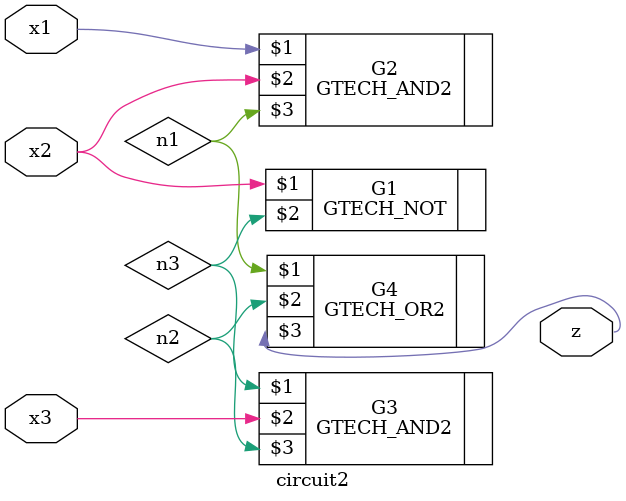
<source format=v>

`include "gtech_lib.v"
module circuit2(x1,x2,x3,z);
input x1,x2,x3;
output z;
wire n1,n2,n3;

GTECH_NOT G1 (x2,n3);
GTECH_AND2 G2 (x1,x2,n1);
GTECH_AND2 G3 (n3,x3,n2);
GTECH_OR2 G4(n1,n2,z);

endmodule
</source>
